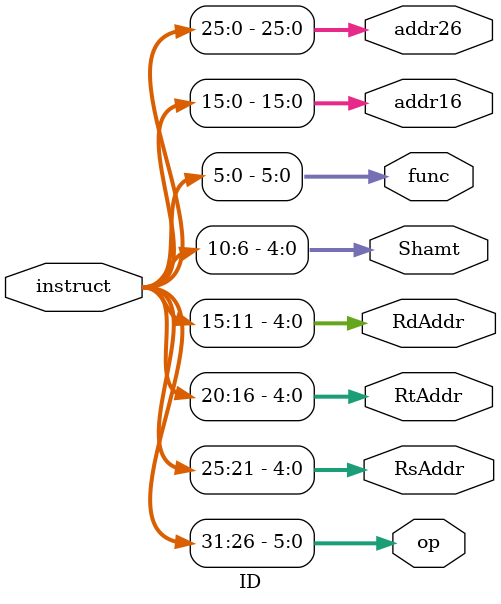
<source format=v>
module ID(
    input [31:0] instruct,
    output [5:0] op,
    output [4:0] RsAddr,
    output [4:0] RtAddr,
    output [4:0] RdAddr,
    output [4:0] Shamt,
    output [5:0] func,
    output [15:0] addr16,
    output [25:0] addr26
);

    assign op = instruct[31:26];
    assign RsAddr = instruct[25:21];
    assign RtAddr = instruct[20:16];
    assign RdAddr = instruct[15:11];
    assign Shamt = instruct[10:6];
    assign func = instruct[5:0];
    assign addr16 = instruct[15:0];
    assign addr26 = instruct[25:0];

endmodule
</source>
